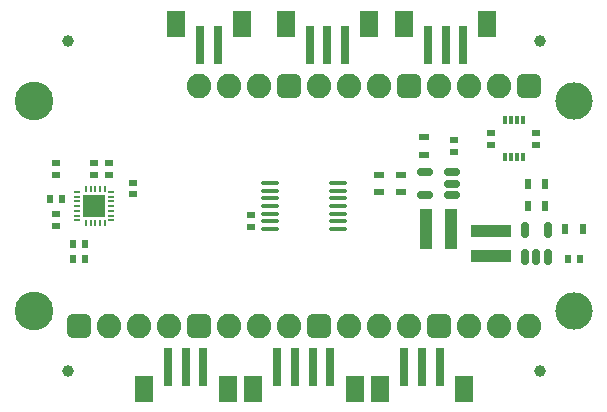
<source format=gbr>
%TF.GenerationSoftware,KiCad,Pcbnew,6.0.9*%
%TF.CreationDate,2022-11-20T22:09:47-05:00*%
%TF.ProjectId,biym-board,6269796d-2d62-46f6-9172-642e6b696361,1.2*%
%TF.SameCoordinates,Original*%
%TF.FileFunction,Soldermask,Top*%
%TF.FilePolarity,Negative*%
%FSLAX46Y46*%
G04 Gerber Fmt 4.6, Leading zero omitted, Abs format (unit mm)*
G04 Created by KiCad (PCBNEW 6.0.9) date 2022-11-20 22:09:47*
%MOMM*%
%LPD*%
G01*
G04 APERTURE LIST*
G04 Aperture macros list*
%AMRoundRect*
0 Rectangle with rounded corners*
0 $1 Rounding radius*
0 $2 $3 $4 $5 $6 $7 $8 $9 X,Y pos of 4 corners*
0 Add a 4 corners polygon primitive as box body*
4,1,4,$2,$3,$4,$5,$6,$7,$8,$9,$2,$3,0*
0 Add four circle primitives for the rounded corners*
1,1,$1+$1,$2,$3*
1,1,$1+$1,$4,$5*
1,1,$1+$1,$6,$7*
1,1,$1+$1,$8,$9*
0 Add four rect primitives between the rounded corners*
20,1,$1+$1,$2,$3,$4,$5,0*
20,1,$1+$1,$4,$5,$6,$7,0*
20,1,$1+$1,$6,$7,$8,$9,0*
20,1,$1+$1,$8,$9,$2,$3,0*%
G04 Aperture macros list end*
%ADD10RoundRect,0.520700X0.520700X0.520700X-0.520700X0.520700X-0.520700X-0.520700X0.520700X-0.520700X0*%
%ADD11C,2.082800*%
%ADD12RoundRect,0.520700X-0.520700X-0.520700X0.520700X-0.520700X0.520700X0.520700X-0.520700X0.520700X0*%
%ADD13C,1.000000*%
%ADD14R,0.889000X0.609600*%
%ADD15R,0.700000X0.600000*%
%ADD16R,1.500000X2.300000*%
%ADD17R,0.700000X3.200000*%
%ADD18R,0.609600X0.889000*%
%ADD19RoundRect,0.150000X0.512500X0.150000X-0.512500X0.150000X-0.512500X-0.150000X0.512500X-0.150000X0*%
%ADD20R,0.600000X0.700000*%
%ADD21C,3.175000*%
%ADD22C,3.276600*%
%ADD23RoundRect,0.150000X0.150000X-0.512500X0.150000X0.512500X-0.150000X0.512500X-0.150000X-0.512500X0*%
%ADD24R,0.300000X0.800000*%
%ADD25R,1.000000X3.400000*%
%ADD26RoundRect,0.050000X-0.185000X-0.050000X0.185000X-0.050000X0.185000X0.050000X-0.185000X0.050000X0*%
%ADD27RoundRect,0.050000X-0.050000X-0.185000X0.050000X-0.185000X0.050000X0.185000X-0.050000X0.185000X0*%
%ADD28RoundRect,0.050000X-0.900000X-0.900000X0.900000X-0.900000X0.900000X0.900000X-0.900000X0.900000X0*%
%ADD29R,3.400000X1.000000*%
%ADD30RoundRect,0.100000X0.637500X0.100000X-0.637500X0.100000X-0.637500X-0.100000X0.637500X-0.100000X0*%
G04 APERTURE END LIST*
D10*
%TO.C,P7*%
X138730000Y-89840000D03*
D11*
X136190000Y-89840000D03*
X133650000Y-89840000D03*
X131110000Y-89840000D03*
%TD*%
D10*
%TO.C,P6*%
X148890000Y-89840000D03*
D11*
X146350000Y-89840000D03*
X143810000Y-89840000D03*
X141270000Y-89840000D03*
%TD*%
D10*
%TO.C,P5*%
X159050000Y-89840000D03*
D11*
X156510000Y-89840000D03*
X153970000Y-89840000D03*
X151430000Y-89840000D03*
%TD*%
D12*
%TO.C,P4*%
X151430000Y-110160000D03*
D11*
X153970000Y-110160000D03*
X156510000Y-110160000D03*
X159050000Y-110160000D03*
%TD*%
D12*
%TO.C,P3*%
X141270000Y-110160000D03*
D11*
X143810000Y-110160000D03*
X146350000Y-110160000D03*
X148890000Y-110160000D03*
%TD*%
D12*
%TO.C,P2*%
X131110000Y-110160000D03*
D11*
X133650000Y-110160000D03*
X136190000Y-110160000D03*
X138730000Y-110160000D03*
%TD*%
D12*
%TO.C,P1*%
X120950000Y-110160000D03*
D11*
X123490000Y-110160000D03*
X126030000Y-110160000D03*
X128570000Y-110160000D03*
%TD*%
D13*
%TO.C,FID4*%
X120000000Y-114000000D03*
%TD*%
%TO.C,FID3*%
X160000000Y-114000000D03*
%TD*%
%TO.C,FID2*%
X160000000Y-86000000D03*
%TD*%
%TO.C,FID1*%
X120000000Y-86000000D03*
%TD*%
D14*
%TO.C,C13*%
X146350000Y-98831600D03*
X146350000Y-97358400D03*
%TD*%
D15*
%TO.C,C4*%
X122220000Y-97325000D03*
X122220000Y-96325000D03*
%TD*%
D16*
%TO.C,J1*%
X129200000Y-84550000D03*
X134800000Y-84550000D03*
D17*
X131250000Y-86400000D03*
X132750000Y-86400000D03*
%TD*%
D16*
%TO.C,J5*%
X145550000Y-84550000D03*
X138450000Y-84550000D03*
D17*
X140500000Y-86400000D03*
X142000000Y-86400000D03*
X143500000Y-86400000D03*
%TD*%
D15*
%TO.C,R1*%
X119045000Y-96325000D03*
X119045000Y-97325000D03*
%TD*%
D18*
%TO.C,C14*%
X162123400Y-101905000D03*
X163596600Y-101905000D03*
%TD*%
D16*
%TO.C,J2*%
X126450000Y-115450000D03*
X133550000Y-115450000D03*
D17*
X131500000Y-113600000D03*
X130000000Y-113600000D03*
X128500000Y-113600000D03*
%TD*%
D19*
%TO.C,U4*%
X152567500Y-99045000D03*
X152567500Y-98095000D03*
X152567500Y-97145000D03*
X150292500Y-97145000D03*
X150292500Y-99045000D03*
%TD*%
D20*
%TO.C,C1*%
X120450000Y-103175000D03*
X121450000Y-103175000D03*
%TD*%
D21*
%TO.C,FW1*%
X162860000Y-91110000D03*
D22*
X117140000Y-91110000D03*
D21*
X162860000Y-108890000D03*
D22*
X117140000Y-108890000D03*
%TD*%
D18*
%TO.C,C15*%
X158948400Y-100000000D03*
X160421600Y-100000000D03*
%TD*%
D15*
%TO.C,C2*%
X123490000Y-97325000D03*
X123490000Y-96325000D03*
%TD*%
D14*
%TO.C,C11*%
X150160000Y-95656600D03*
X150160000Y-94183400D03*
%TD*%
D15*
%TO.C,C5*%
X119050000Y-101700000D03*
X119050000Y-100700000D03*
%TD*%
D20*
%TO.C,C7*%
X119545000Y-99365000D03*
X118545000Y-99365000D03*
%TD*%
D18*
%TO.C,C16*%
X158948400Y-98095000D03*
X160421600Y-98095000D03*
%TD*%
D16*
%TO.C,J6*%
X153550000Y-115450000D03*
X146450000Y-115450000D03*
D17*
X151500000Y-113600000D03*
X150000000Y-113600000D03*
X148500000Y-113600000D03*
%TD*%
D20*
%TO.C,R3*%
X162360000Y-104445000D03*
X163360000Y-104445000D03*
%TD*%
D23*
%TO.C,U5*%
X158735000Y-104312500D03*
X159685000Y-104312500D03*
X160635000Y-104312500D03*
X160635000Y-102037500D03*
X158735000Y-102037500D03*
%TD*%
D24*
%TO.C,U3*%
X158530000Y-92735000D03*
X158030000Y-92735000D03*
X157530000Y-92735000D03*
X157030000Y-92735000D03*
X157030000Y-95835000D03*
X157530000Y-95835000D03*
X158030000Y-95835000D03*
X158530000Y-95835000D03*
%TD*%
D25*
%TO.C,L1*%
X150380000Y-101905000D03*
X152480000Y-101905000D03*
%TD*%
D15*
%TO.C,C10*%
X159685000Y-94785000D03*
X159685000Y-93785000D03*
%TD*%
D14*
%TO.C,C12*%
X148255000Y-98831600D03*
X148255000Y-97358400D03*
%TD*%
D15*
%TO.C,C9*%
X155875000Y-94785000D03*
X155875000Y-93785000D03*
%TD*%
%TO.C,C8*%
X135555000Y-100770000D03*
X135555000Y-101770000D03*
%TD*%
%TO.C,R2*%
X152700000Y-95420000D03*
X152700000Y-94420000D03*
%TD*%
D26*
%TO.C,U1*%
X120755000Y-98800000D03*
X120755000Y-99200000D03*
X120755000Y-99600000D03*
X120755000Y-100000000D03*
X120755000Y-100400000D03*
X120755000Y-100800000D03*
X120755000Y-101200000D03*
D27*
X121550000Y-101465000D03*
X121950000Y-101465000D03*
X122350000Y-101465000D03*
X122750000Y-101465000D03*
X123150000Y-101465000D03*
D26*
X123685000Y-101200000D03*
X123685000Y-100800000D03*
X123685000Y-100400000D03*
X123685000Y-100000000D03*
X123685000Y-99600000D03*
X123685000Y-99200000D03*
X123685000Y-98800000D03*
D27*
X123150000Y-98535000D03*
X122750000Y-98535000D03*
X122350000Y-98535000D03*
X121950000Y-98535000D03*
X121550000Y-98535000D03*
D28*
X122220000Y-100000000D03*
%TD*%
D20*
%TO.C,C3*%
X120450000Y-104445000D03*
X121450000Y-104445000D03*
%TD*%
D16*
%TO.C,J3*%
X135700000Y-115450000D03*
X144300000Y-115450000D03*
D17*
X142250000Y-113600000D03*
X140750000Y-113600000D03*
X139250000Y-113600000D03*
X137750000Y-113600000D03*
%TD*%
D16*
%TO.C,J4*%
X155550000Y-84550000D03*
X148450000Y-84550000D03*
D17*
X150500000Y-86400000D03*
X152000000Y-86400000D03*
X153500000Y-86400000D03*
%TD*%
D29*
%TO.C,L2*%
X155875000Y-102125000D03*
X155875000Y-104225000D03*
%TD*%
D15*
%TO.C,C6*%
X125500000Y-98000000D03*
X125500000Y-99000000D03*
%TD*%
D30*
%TO.C,U2*%
X142862500Y-101950000D03*
X142862500Y-101300000D03*
X142862500Y-100650000D03*
X142862500Y-100000000D03*
X142862500Y-99350000D03*
X142862500Y-98700000D03*
X142862500Y-98050000D03*
X137137500Y-98050000D03*
X137137500Y-98700000D03*
X137137500Y-99350000D03*
X137137500Y-100000000D03*
X137137500Y-100650000D03*
X137137500Y-101300000D03*
X137137500Y-101950000D03*
%TD*%
M02*

</source>
